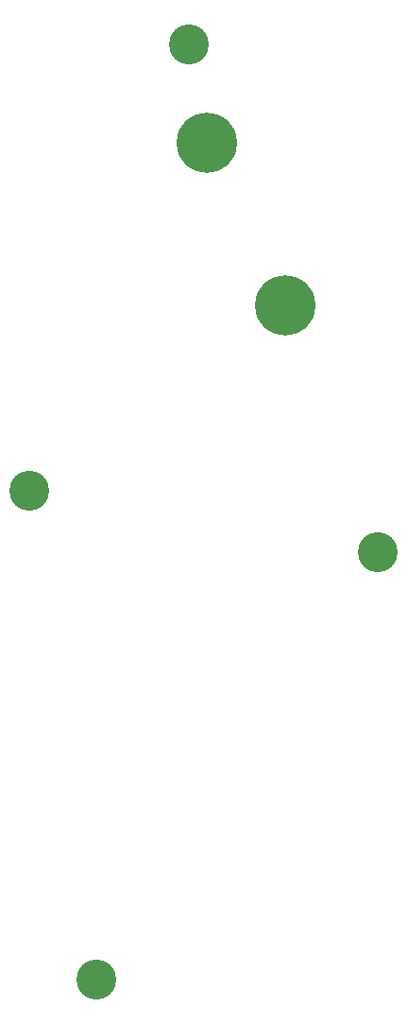
<source format=gts>
G04 #@! TF.FileFunction,Soldermask,Top*
%FSLAX46Y46*%
G04 Gerber Fmt 4.6, Leading zero omitted, Abs format (unit mm)*
G04 Created by KiCad (PCBNEW 4.0.2-stable) date 2019-08-21 4:48:51 PM*
%MOMM*%
G01*
G04 APERTURE LIST*
%ADD10C,0.200000*%
%ADD11C,5.400000*%
%ADD12C,3.575000*%
G04 APERTURE END LIST*
D10*
D11*
X91040000Y-60500000D03*
X84040000Y-46000000D03*
D12*
X74150000Y-120900000D03*
X99400000Y-82650000D03*
X68150000Y-77150000D03*
X82400000Y-37150000D03*
M02*

</source>
